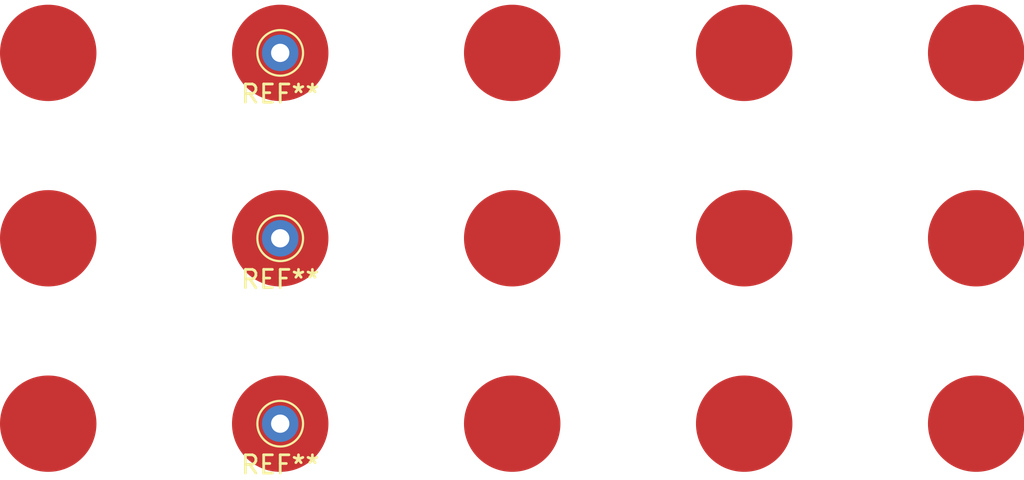
<source format=kicad_pcb>
(kicad_pcb (version 20211014) (generator pcbnew)
  (layers (0 "F.Cu" signal) (31 "B.Cu" signal) (34 "B.Paste" user) (35 "F.Paste" user) (36 "B.SilkS" user "B.Silkscreen") (37 "F.SilkS" user "F.Silkscreen") (38 "B.Mask" user) (39 "F.Mask" user) (44 "Edge.Cuts" user))
  (net 0 "")
  (footprint "Connector_Pin:Pin_D1.0mm_L10.0mm" (layer "F.Cu") (at 139.7 76.2)
    (fp_text reference "REF**" (at 0 2.25) (layer "F.SilkS"))
    (fp_text value "Pin_D1.0mm_L10.0mm")
    (fp_circle (center 0 0) (end 1.25 0.05) (layer "F.SilkS") (width 0.12) (fill none))
    (pad "1" thru_hole circle (at 0 0) (size 2 2) (drill 1) (layers *.Cu *.Mask))
  )
  (footprint "Connector_Pin:Pin_D1.0mm_L10.0mm" (layer "F.Cu") (at 139.7 96.52)
    (fp_text reference "REF**" (at 0 2.25) (layer "F.SilkS"))
    (fp_text value "Pin_D1.0mm_L10.0mm")
    (fp_circle (center 0 0) (end 1.25 0.05) (layer "F.SilkS") (width 0.12) (fill none))
    (pad "1" thru_hole circle (at 0 0) (size 2 2) (drill 1) (layers *.Cu *.Mask))
  )
  (footprint "Connector_Pin:Pin_D1.0mm_L10.0mm" (layer "F.Cu") (at 139.7 86.36)
    (fp_text reference "REF**" (at 0 2.25) (layer "F.SilkS"))
    (fp_text value "Pin_D1.0mm_L10.0mm")
    (fp_circle (center 0 0) (end 1.25 0.05) (layer "F.SilkS") (width 0.12) (fill none))
    (pad "1" thru_hole circle (at 0 0) (size 2 2) (drill 1) (layers *.Cu *.Mask))
  )
  (gr_circle (center 165.1 76.2) (end 167.64 76.2) (layer "F.Cu") (width 0.2) (fill solid))
  (gr_circle (center 177.8 86.36) (end 180.34 86.36) (layer "F.Cu") (width 0.2) (fill solid))
  (gr_circle (center 127 86.36) (end 129.54 86.36) (layer "F.Cu") (width 0.2) (fill solid))
  (gr_circle (center 152.4 96.52) (end 154.94 96.52) (layer "F.Cu") (width 0.2) (fill solid))
  (gr_circle (center 152.4 86.36) (end 154.94 86.36) (layer "F.Cu") (width 0.2) (fill solid))
  (gr_circle (center 152.4 76.2) (end 154.94 76.2) (layer "F.Cu") (width 0.2) (fill solid))
  (gr_circle (center 165.1 96.52) (end 167.64 96.52) (layer "F.Cu") (width 0.2) (fill solid))
  (gr_circle (center 139.7 76.2) (end 142.24 76.2) (layer "F.Cu") (width 0.2) (fill solid))
  (gr_circle (center 127 96.52) (end 129.54 96.52) (layer "F.Cu") (width 0.2) (fill solid))
  (gr_circle (center 165.1 86.36) (end 167.64 86.36) (layer "F.Cu") (width 0.2) (fill solid))
  (gr_circle (center 127 76.2) (end 129.54 76.2) (layer "F.Cu") (width 0.2) (fill solid))
  (gr_circle (center 139.7 86.36) (end 142.24 86.36) (layer "F.Cu") (width 0.2) (fill solid))
  (gr_circle (center 139.7 96.52) (end 142.24 96.52) (layer "F.Cu") (width 0.2) (fill solid))
  (gr_circle (center 177.8 96.52) (end 180.34 96.52) (layer "F.Cu") (width 0.2) (fill solid))
  (gr_circle (center 177.8 76.2) (end 180.34 76.2) (layer "F.Cu") (width 0.2) (fill solid))
)
</source>
